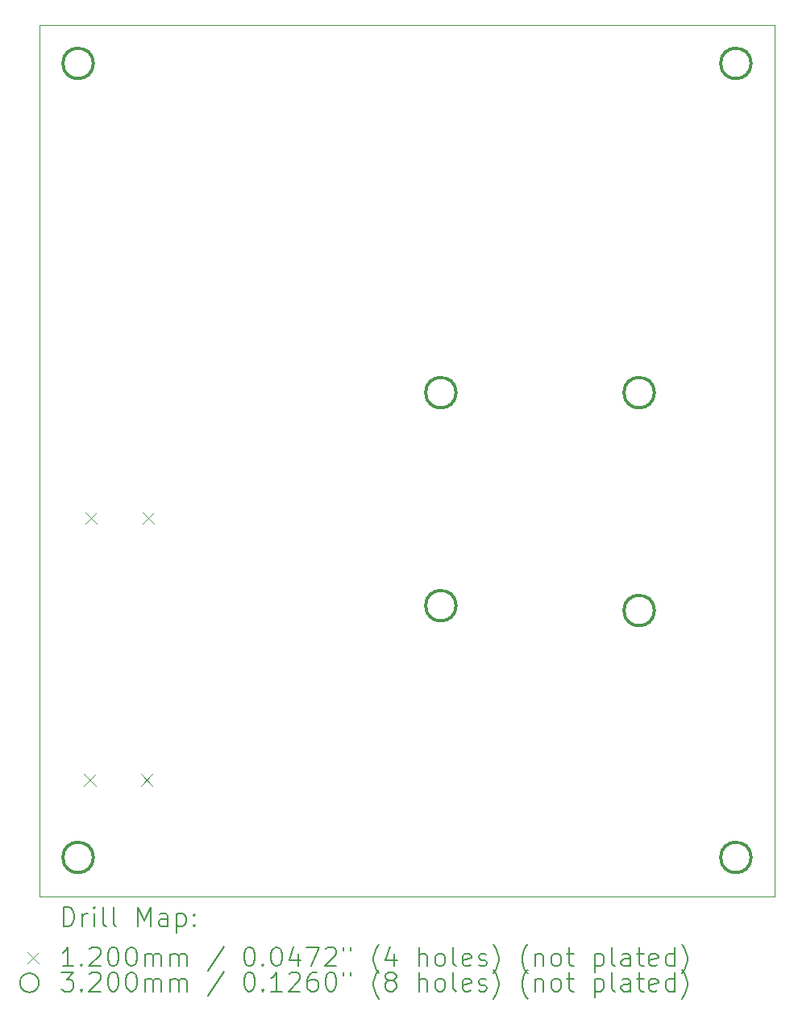
<source format=gbr>
%TF.GenerationSoftware,KiCad,Pcbnew,6.0.11+dfsg-1~bpo11+1*%
%TF.CreationDate,2025-04-08T23:08:13+02:00*%
%TF.ProjectId,v1,76312e6b-6963-4616-945f-706362585858,rev?*%
%TF.SameCoordinates,Original*%
%TF.FileFunction,Drillmap*%
%TF.FilePolarity,Positive*%
%FSLAX45Y45*%
G04 Gerber Fmt 4.5, Leading zero omitted, Abs format (unit mm)*
G04 Created by KiCad (PCBNEW 6.0.11+dfsg-1~bpo11+1) date 2025-04-08 23:08:13*
%MOMM*%
%LPD*%
G01*
G04 APERTURE LIST*
%ADD10C,0.100000*%
%ADD11C,0.200000*%
%ADD12C,0.120000*%
%ADD13C,0.320000*%
G04 APERTURE END LIST*
D10*
X8991600Y-3810000D02*
X16713200Y-3810000D01*
X16713200Y-3810000D02*
X16713200Y-12954000D01*
X16713200Y-12954000D02*
X8991600Y-12954000D01*
X8991600Y-12954000D02*
X8991600Y-3810000D01*
D11*
D12*
X9462000Y-11674800D02*
X9582000Y-11794800D01*
X9582000Y-11674800D02*
X9462000Y-11794800D01*
X9473300Y-8925850D02*
X9593300Y-9045850D01*
X9593300Y-8925850D02*
X9473300Y-9045850D01*
X10062000Y-11674800D02*
X10182000Y-11794800D01*
X10182000Y-11674800D02*
X10062000Y-11794800D01*
X10073300Y-8925850D02*
X10193300Y-9045850D01*
X10193300Y-8925850D02*
X10073300Y-9045850D01*
D13*
X9558000Y-4216400D02*
G75*
G03*
X9558000Y-4216400I-160000J0D01*
G01*
X9558000Y-12547600D02*
G75*
G03*
X9558000Y-12547600I-160000J0D01*
G01*
X13368000Y-7670800D02*
G75*
G03*
X13368000Y-7670800I-160000J0D01*
G01*
X13368000Y-9906000D02*
G75*
G03*
X13368000Y-9906000I-160000J0D01*
G01*
X15450800Y-7670800D02*
G75*
G03*
X15450800Y-7670800I-160000J0D01*
G01*
X15450800Y-9956800D02*
G75*
G03*
X15450800Y-9956800I-160000J0D01*
G01*
X16466800Y-4216400D02*
G75*
G03*
X16466800Y-4216400I-160000J0D01*
G01*
X16466800Y-12547600D02*
G75*
G03*
X16466800Y-12547600I-160000J0D01*
G01*
D11*
X9244219Y-13269476D02*
X9244219Y-13069476D01*
X9291838Y-13069476D01*
X9320410Y-13079000D01*
X9339457Y-13098048D01*
X9348981Y-13117095D01*
X9358505Y-13155190D01*
X9358505Y-13183762D01*
X9348981Y-13221857D01*
X9339457Y-13240905D01*
X9320410Y-13259952D01*
X9291838Y-13269476D01*
X9244219Y-13269476D01*
X9444219Y-13269476D02*
X9444219Y-13136143D01*
X9444219Y-13174238D02*
X9453743Y-13155190D01*
X9463267Y-13145667D01*
X9482314Y-13136143D01*
X9501362Y-13136143D01*
X9568029Y-13269476D02*
X9568029Y-13136143D01*
X9568029Y-13069476D02*
X9558505Y-13079000D01*
X9568029Y-13088524D01*
X9577552Y-13079000D01*
X9568029Y-13069476D01*
X9568029Y-13088524D01*
X9691838Y-13269476D02*
X9672790Y-13259952D01*
X9663267Y-13240905D01*
X9663267Y-13069476D01*
X9796600Y-13269476D02*
X9777552Y-13259952D01*
X9768029Y-13240905D01*
X9768029Y-13069476D01*
X10025171Y-13269476D02*
X10025171Y-13069476D01*
X10091838Y-13212333D01*
X10158505Y-13069476D01*
X10158505Y-13269476D01*
X10339457Y-13269476D02*
X10339457Y-13164714D01*
X10329933Y-13145667D01*
X10310886Y-13136143D01*
X10272790Y-13136143D01*
X10253743Y-13145667D01*
X10339457Y-13259952D02*
X10320410Y-13269476D01*
X10272790Y-13269476D01*
X10253743Y-13259952D01*
X10244219Y-13240905D01*
X10244219Y-13221857D01*
X10253743Y-13202809D01*
X10272790Y-13193286D01*
X10320410Y-13193286D01*
X10339457Y-13183762D01*
X10434695Y-13136143D02*
X10434695Y-13336143D01*
X10434695Y-13145667D02*
X10453743Y-13136143D01*
X10491838Y-13136143D01*
X10510886Y-13145667D01*
X10520410Y-13155190D01*
X10529933Y-13174238D01*
X10529933Y-13231381D01*
X10520410Y-13250428D01*
X10510886Y-13259952D01*
X10491838Y-13269476D01*
X10453743Y-13269476D01*
X10434695Y-13259952D01*
X10615648Y-13250428D02*
X10625171Y-13259952D01*
X10615648Y-13269476D01*
X10606124Y-13259952D01*
X10615648Y-13250428D01*
X10615648Y-13269476D01*
X10615648Y-13145667D02*
X10625171Y-13155190D01*
X10615648Y-13164714D01*
X10606124Y-13155190D01*
X10615648Y-13145667D01*
X10615648Y-13164714D01*
D12*
X8866600Y-13539000D02*
X8986600Y-13659000D01*
X8986600Y-13539000D02*
X8866600Y-13659000D01*
D11*
X9348981Y-13689476D02*
X9234695Y-13689476D01*
X9291838Y-13689476D02*
X9291838Y-13489476D01*
X9272790Y-13518048D01*
X9253743Y-13537095D01*
X9234695Y-13546619D01*
X9434695Y-13670428D02*
X9444219Y-13679952D01*
X9434695Y-13689476D01*
X9425171Y-13679952D01*
X9434695Y-13670428D01*
X9434695Y-13689476D01*
X9520410Y-13508524D02*
X9529933Y-13499000D01*
X9548981Y-13489476D01*
X9596600Y-13489476D01*
X9615648Y-13499000D01*
X9625171Y-13508524D01*
X9634695Y-13527571D01*
X9634695Y-13546619D01*
X9625171Y-13575190D01*
X9510886Y-13689476D01*
X9634695Y-13689476D01*
X9758505Y-13489476D02*
X9777552Y-13489476D01*
X9796600Y-13499000D01*
X9806124Y-13508524D01*
X9815648Y-13527571D01*
X9825171Y-13565667D01*
X9825171Y-13613286D01*
X9815648Y-13651381D01*
X9806124Y-13670428D01*
X9796600Y-13679952D01*
X9777552Y-13689476D01*
X9758505Y-13689476D01*
X9739457Y-13679952D01*
X9729933Y-13670428D01*
X9720410Y-13651381D01*
X9710886Y-13613286D01*
X9710886Y-13565667D01*
X9720410Y-13527571D01*
X9729933Y-13508524D01*
X9739457Y-13499000D01*
X9758505Y-13489476D01*
X9948981Y-13489476D02*
X9968029Y-13489476D01*
X9987076Y-13499000D01*
X9996600Y-13508524D01*
X10006124Y-13527571D01*
X10015648Y-13565667D01*
X10015648Y-13613286D01*
X10006124Y-13651381D01*
X9996600Y-13670428D01*
X9987076Y-13679952D01*
X9968029Y-13689476D01*
X9948981Y-13689476D01*
X9929933Y-13679952D01*
X9920410Y-13670428D01*
X9910886Y-13651381D01*
X9901362Y-13613286D01*
X9901362Y-13565667D01*
X9910886Y-13527571D01*
X9920410Y-13508524D01*
X9929933Y-13499000D01*
X9948981Y-13489476D01*
X10101362Y-13689476D02*
X10101362Y-13556143D01*
X10101362Y-13575190D02*
X10110886Y-13565667D01*
X10129933Y-13556143D01*
X10158505Y-13556143D01*
X10177552Y-13565667D01*
X10187076Y-13584714D01*
X10187076Y-13689476D01*
X10187076Y-13584714D02*
X10196600Y-13565667D01*
X10215648Y-13556143D01*
X10244219Y-13556143D01*
X10263267Y-13565667D01*
X10272790Y-13584714D01*
X10272790Y-13689476D01*
X10368029Y-13689476D02*
X10368029Y-13556143D01*
X10368029Y-13575190D02*
X10377552Y-13565667D01*
X10396600Y-13556143D01*
X10425171Y-13556143D01*
X10444219Y-13565667D01*
X10453743Y-13584714D01*
X10453743Y-13689476D01*
X10453743Y-13584714D02*
X10463267Y-13565667D01*
X10482314Y-13556143D01*
X10510886Y-13556143D01*
X10529933Y-13565667D01*
X10539457Y-13584714D01*
X10539457Y-13689476D01*
X10929933Y-13479952D02*
X10758505Y-13737095D01*
X11187076Y-13489476D02*
X11206124Y-13489476D01*
X11225171Y-13499000D01*
X11234695Y-13508524D01*
X11244219Y-13527571D01*
X11253743Y-13565667D01*
X11253743Y-13613286D01*
X11244219Y-13651381D01*
X11234695Y-13670428D01*
X11225171Y-13679952D01*
X11206124Y-13689476D01*
X11187076Y-13689476D01*
X11168029Y-13679952D01*
X11158505Y-13670428D01*
X11148981Y-13651381D01*
X11139457Y-13613286D01*
X11139457Y-13565667D01*
X11148981Y-13527571D01*
X11158505Y-13508524D01*
X11168029Y-13499000D01*
X11187076Y-13489476D01*
X11339457Y-13670428D02*
X11348981Y-13679952D01*
X11339457Y-13689476D01*
X11329933Y-13679952D01*
X11339457Y-13670428D01*
X11339457Y-13689476D01*
X11472790Y-13489476D02*
X11491838Y-13489476D01*
X11510886Y-13499000D01*
X11520409Y-13508524D01*
X11529933Y-13527571D01*
X11539457Y-13565667D01*
X11539457Y-13613286D01*
X11529933Y-13651381D01*
X11520409Y-13670428D01*
X11510886Y-13679952D01*
X11491838Y-13689476D01*
X11472790Y-13689476D01*
X11453743Y-13679952D01*
X11444219Y-13670428D01*
X11434695Y-13651381D01*
X11425171Y-13613286D01*
X11425171Y-13565667D01*
X11434695Y-13527571D01*
X11444219Y-13508524D01*
X11453743Y-13499000D01*
X11472790Y-13489476D01*
X11710886Y-13556143D02*
X11710886Y-13689476D01*
X11663267Y-13479952D02*
X11615648Y-13622809D01*
X11739457Y-13622809D01*
X11796600Y-13489476D02*
X11929933Y-13489476D01*
X11844219Y-13689476D01*
X11996600Y-13508524D02*
X12006124Y-13499000D01*
X12025171Y-13489476D01*
X12072790Y-13489476D01*
X12091838Y-13499000D01*
X12101362Y-13508524D01*
X12110886Y-13527571D01*
X12110886Y-13546619D01*
X12101362Y-13575190D01*
X11987076Y-13689476D01*
X12110886Y-13689476D01*
X12187076Y-13489476D02*
X12187076Y-13527571D01*
X12263267Y-13489476D02*
X12263267Y-13527571D01*
X12558505Y-13765667D02*
X12548981Y-13756143D01*
X12529933Y-13727571D01*
X12520409Y-13708524D01*
X12510886Y-13679952D01*
X12501362Y-13632333D01*
X12501362Y-13594238D01*
X12510886Y-13546619D01*
X12520409Y-13518048D01*
X12529933Y-13499000D01*
X12548981Y-13470428D01*
X12558505Y-13460905D01*
X12720409Y-13556143D02*
X12720409Y-13689476D01*
X12672790Y-13479952D02*
X12625171Y-13622809D01*
X12748981Y-13622809D01*
X12977552Y-13689476D02*
X12977552Y-13489476D01*
X13063267Y-13689476D02*
X13063267Y-13584714D01*
X13053743Y-13565667D01*
X13034695Y-13556143D01*
X13006124Y-13556143D01*
X12987076Y-13565667D01*
X12977552Y-13575190D01*
X13187076Y-13689476D02*
X13168028Y-13679952D01*
X13158505Y-13670428D01*
X13148981Y-13651381D01*
X13148981Y-13594238D01*
X13158505Y-13575190D01*
X13168028Y-13565667D01*
X13187076Y-13556143D01*
X13215648Y-13556143D01*
X13234695Y-13565667D01*
X13244219Y-13575190D01*
X13253743Y-13594238D01*
X13253743Y-13651381D01*
X13244219Y-13670428D01*
X13234695Y-13679952D01*
X13215648Y-13689476D01*
X13187076Y-13689476D01*
X13368028Y-13689476D02*
X13348981Y-13679952D01*
X13339457Y-13660905D01*
X13339457Y-13489476D01*
X13520409Y-13679952D02*
X13501362Y-13689476D01*
X13463267Y-13689476D01*
X13444219Y-13679952D01*
X13434695Y-13660905D01*
X13434695Y-13584714D01*
X13444219Y-13565667D01*
X13463267Y-13556143D01*
X13501362Y-13556143D01*
X13520409Y-13565667D01*
X13529933Y-13584714D01*
X13529933Y-13603762D01*
X13434695Y-13622809D01*
X13606124Y-13679952D02*
X13625171Y-13689476D01*
X13663267Y-13689476D01*
X13682314Y-13679952D01*
X13691838Y-13660905D01*
X13691838Y-13651381D01*
X13682314Y-13632333D01*
X13663267Y-13622809D01*
X13634695Y-13622809D01*
X13615648Y-13613286D01*
X13606124Y-13594238D01*
X13606124Y-13584714D01*
X13615648Y-13565667D01*
X13634695Y-13556143D01*
X13663267Y-13556143D01*
X13682314Y-13565667D01*
X13758505Y-13765667D02*
X13768028Y-13756143D01*
X13787076Y-13727571D01*
X13796600Y-13708524D01*
X13806124Y-13679952D01*
X13815648Y-13632333D01*
X13815648Y-13594238D01*
X13806124Y-13546619D01*
X13796600Y-13518048D01*
X13787076Y-13499000D01*
X13768028Y-13470428D01*
X13758505Y-13460905D01*
X14120409Y-13765667D02*
X14110886Y-13756143D01*
X14091838Y-13727571D01*
X14082314Y-13708524D01*
X14072790Y-13679952D01*
X14063267Y-13632333D01*
X14063267Y-13594238D01*
X14072790Y-13546619D01*
X14082314Y-13518048D01*
X14091838Y-13499000D01*
X14110886Y-13470428D01*
X14120409Y-13460905D01*
X14196600Y-13556143D02*
X14196600Y-13689476D01*
X14196600Y-13575190D02*
X14206124Y-13565667D01*
X14225171Y-13556143D01*
X14253743Y-13556143D01*
X14272790Y-13565667D01*
X14282314Y-13584714D01*
X14282314Y-13689476D01*
X14406124Y-13689476D02*
X14387076Y-13679952D01*
X14377552Y-13670428D01*
X14368028Y-13651381D01*
X14368028Y-13594238D01*
X14377552Y-13575190D01*
X14387076Y-13565667D01*
X14406124Y-13556143D01*
X14434695Y-13556143D01*
X14453743Y-13565667D01*
X14463267Y-13575190D01*
X14472790Y-13594238D01*
X14472790Y-13651381D01*
X14463267Y-13670428D01*
X14453743Y-13679952D01*
X14434695Y-13689476D01*
X14406124Y-13689476D01*
X14529933Y-13556143D02*
X14606124Y-13556143D01*
X14558505Y-13489476D02*
X14558505Y-13660905D01*
X14568028Y-13679952D01*
X14587076Y-13689476D01*
X14606124Y-13689476D01*
X14825171Y-13556143D02*
X14825171Y-13756143D01*
X14825171Y-13565667D02*
X14844219Y-13556143D01*
X14882314Y-13556143D01*
X14901362Y-13565667D01*
X14910886Y-13575190D01*
X14920409Y-13594238D01*
X14920409Y-13651381D01*
X14910886Y-13670428D01*
X14901362Y-13679952D01*
X14882314Y-13689476D01*
X14844219Y-13689476D01*
X14825171Y-13679952D01*
X15034695Y-13689476D02*
X15015648Y-13679952D01*
X15006124Y-13660905D01*
X15006124Y-13489476D01*
X15196600Y-13689476D02*
X15196600Y-13584714D01*
X15187076Y-13565667D01*
X15168028Y-13556143D01*
X15129933Y-13556143D01*
X15110886Y-13565667D01*
X15196600Y-13679952D02*
X15177552Y-13689476D01*
X15129933Y-13689476D01*
X15110886Y-13679952D01*
X15101362Y-13660905D01*
X15101362Y-13641857D01*
X15110886Y-13622809D01*
X15129933Y-13613286D01*
X15177552Y-13613286D01*
X15196600Y-13603762D01*
X15263267Y-13556143D02*
X15339457Y-13556143D01*
X15291838Y-13489476D02*
X15291838Y-13660905D01*
X15301362Y-13679952D01*
X15320409Y-13689476D01*
X15339457Y-13689476D01*
X15482314Y-13679952D02*
X15463267Y-13689476D01*
X15425171Y-13689476D01*
X15406124Y-13679952D01*
X15396600Y-13660905D01*
X15396600Y-13584714D01*
X15406124Y-13565667D01*
X15425171Y-13556143D01*
X15463267Y-13556143D01*
X15482314Y-13565667D01*
X15491838Y-13584714D01*
X15491838Y-13603762D01*
X15396600Y-13622809D01*
X15663267Y-13689476D02*
X15663267Y-13489476D01*
X15663267Y-13679952D02*
X15644219Y-13689476D01*
X15606124Y-13689476D01*
X15587076Y-13679952D01*
X15577552Y-13670428D01*
X15568028Y-13651381D01*
X15568028Y-13594238D01*
X15577552Y-13575190D01*
X15587076Y-13565667D01*
X15606124Y-13556143D01*
X15644219Y-13556143D01*
X15663267Y-13565667D01*
X15739457Y-13765667D02*
X15748981Y-13756143D01*
X15768028Y-13727571D01*
X15777552Y-13708524D01*
X15787076Y-13679952D01*
X15796600Y-13632333D01*
X15796600Y-13594238D01*
X15787076Y-13546619D01*
X15777552Y-13518048D01*
X15768028Y-13499000D01*
X15748981Y-13470428D01*
X15739457Y-13460905D01*
X8986600Y-13863000D02*
G75*
G03*
X8986600Y-13863000I-100000J0D01*
G01*
X9225171Y-13753476D02*
X9348981Y-13753476D01*
X9282314Y-13829667D01*
X9310886Y-13829667D01*
X9329933Y-13839190D01*
X9339457Y-13848714D01*
X9348981Y-13867762D01*
X9348981Y-13915381D01*
X9339457Y-13934428D01*
X9329933Y-13943952D01*
X9310886Y-13953476D01*
X9253743Y-13953476D01*
X9234695Y-13943952D01*
X9225171Y-13934428D01*
X9434695Y-13934428D02*
X9444219Y-13943952D01*
X9434695Y-13953476D01*
X9425171Y-13943952D01*
X9434695Y-13934428D01*
X9434695Y-13953476D01*
X9520410Y-13772524D02*
X9529933Y-13763000D01*
X9548981Y-13753476D01*
X9596600Y-13753476D01*
X9615648Y-13763000D01*
X9625171Y-13772524D01*
X9634695Y-13791571D01*
X9634695Y-13810619D01*
X9625171Y-13839190D01*
X9510886Y-13953476D01*
X9634695Y-13953476D01*
X9758505Y-13753476D02*
X9777552Y-13753476D01*
X9796600Y-13763000D01*
X9806124Y-13772524D01*
X9815648Y-13791571D01*
X9825171Y-13829667D01*
X9825171Y-13877286D01*
X9815648Y-13915381D01*
X9806124Y-13934428D01*
X9796600Y-13943952D01*
X9777552Y-13953476D01*
X9758505Y-13953476D01*
X9739457Y-13943952D01*
X9729933Y-13934428D01*
X9720410Y-13915381D01*
X9710886Y-13877286D01*
X9710886Y-13829667D01*
X9720410Y-13791571D01*
X9729933Y-13772524D01*
X9739457Y-13763000D01*
X9758505Y-13753476D01*
X9948981Y-13753476D02*
X9968029Y-13753476D01*
X9987076Y-13763000D01*
X9996600Y-13772524D01*
X10006124Y-13791571D01*
X10015648Y-13829667D01*
X10015648Y-13877286D01*
X10006124Y-13915381D01*
X9996600Y-13934428D01*
X9987076Y-13943952D01*
X9968029Y-13953476D01*
X9948981Y-13953476D01*
X9929933Y-13943952D01*
X9920410Y-13934428D01*
X9910886Y-13915381D01*
X9901362Y-13877286D01*
X9901362Y-13829667D01*
X9910886Y-13791571D01*
X9920410Y-13772524D01*
X9929933Y-13763000D01*
X9948981Y-13753476D01*
X10101362Y-13953476D02*
X10101362Y-13820143D01*
X10101362Y-13839190D02*
X10110886Y-13829667D01*
X10129933Y-13820143D01*
X10158505Y-13820143D01*
X10177552Y-13829667D01*
X10187076Y-13848714D01*
X10187076Y-13953476D01*
X10187076Y-13848714D02*
X10196600Y-13829667D01*
X10215648Y-13820143D01*
X10244219Y-13820143D01*
X10263267Y-13829667D01*
X10272790Y-13848714D01*
X10272790Y-13953476D01*
X10368029Y-13953476D02*
X10368029Y-13820143D01*
X10368029Y-13839190D02*
X10377552Y-13829667D01*
X10396600Y-13820143D01*
X10425171Y-13820143D01*
X10444219Y-13829667D01*
X10453743Y-13848714D01*
X10453743Y-13953476D01*
X10453743Y-13848714D02*
X10463267Y-13829667D01*
X10482314Y-13820143D01*
X10510886Y-13820143D01*
X10529933Y-13829667D01*
X10539457Y-13848714D01*
X10539457Y-13953476D01*
X10929933Y-13743952D02*
X10758505Y-14001095D01*
X11187076Y-13753476D02*
X11206124Y-13753476D01*
X11225171Y-13763000D01*
X11234695Y-13772524D01*
X11244219Y-13791571D01*
X11253743Y-13829667D01*
X11253743Y-13877286D01*
X11244219Y-13915381D01*
X11234695Y-13934428D01*
X11225171Y-13943952D01*
X11206124Y-13953476D01*
X11187076Y-13953476D01*
X11168029Y-13943952D01*
X11158505Y-13934428D01*
X11148981Y-13915381D01*
X11139457Y-13877286D01*
X11139457Y-13829667D01*
X11148981Y-13791571D01*
X11158505Y-13772524D01*
X11168029Y-13763000D01*
X11187076Y-13753476D01*
X11339457Y-13934428D02*
X11348981Y-13943952D01*
X11339457Y-13953476D01*
X11329933Y-13943952D01*
X11339457Y-13934428D01*
X11339457Y-13953476D01*
X11539457Y-13953476D02*
X11425171Y-13953476D01*
X11482314Y-13953476D02*
X11482314Y-13753476D01*
X11463267Y-13782048D01*
X11444219Y-13801095D01*
X11425171Y-13810619D01*
X11615648Y-13772524D02*
X11625171Y-13763000D01*
X11644219Y-13753476D01*
X11691838Y-13753476D01*
X11710886Y-13763000D01*
X11720409Y-13772524D01*
X11729933Y-13791571D01*
X11729933Y-13810619D01*
X11720409Y-13839190D01*
X11606124Y-13953476D01*
X11729933Y-13953476D01*
X11901362Y-13753476D02*
X11863267Y-13753476D01*
X11844219Y-13763000D01*
X11834695Y-13772524D01*
X11815648Y-13801095D01*
X11806124Y-13839190D01*
X11806124Y-13915381D01*
X11815648Y-13934428D01*
X11825171Y-13943952D01*
X11844219Y-13953476D01*
X11882314Y-13953476D01*
X11901362Y-13943952D01*
X11910886Y-13934428D01*
X11920409Y-13915381D01*
X11920409Y-13867762D01*
X11910886Y-13848714D01*
X11901362Y-13839190D01*
X11882314Y-13829667D01*
X11844219Y-13829667D01*
X11825171Y-13839190D01*
X11815648Y-13848714D01*
X11806124Y-13867762D01*
X12044219Y-13753476D02*
X12063267Y-13753476D01*
X12082314Y-13763000D01*
X12091838Y-13772524D01*
X12101362Y-13791571D01*
X12110886Y-13829667D01*
X12110886Y-13877286D01*
X12101362Y-13915381D01*
X12091838Y-13934428D01*
X12082314Y-13943952D01*
X12063267Y-13953476D01*
X12044219Y-13953476D01*
X12025171Y-13943952D01*
X12015648Y-13934428D01*
X12006124Y-13915381D01*
X11996600Y-13877286D01*
X11996600Y-13829667D01*
X12006124Y-13791571D01*
X12015648Y-13772524D01*
X12025171Y-13763000D01*
X12044219Y-13753476D01*
X12187076Y-13753476D02*
X12187076Y-13791571D01*
X12263267Y-13753476D02*
X12263267Y-13791571D01*
X12558505Y-14029667D02*
X12548981Y-14020143D01*
X12529933Y-13991571D01*
X12520409Y-13972524D01*
X12510886Y-13943952D01*
X12501362Y-13896333D01*
X12501362Y-13858238D01*
X12510886Y-13810619D01*
X12520409Y-13782048D01*
X12529933Y-13763000D01*
X12548981Y-13734428D01*
X12558505Y-13724905D01*
X12663267Y-13839190D02*
X12644219Y-13829667D01*
X12634695Y-13820143D01*
X12625171Y-13801095D01*
X12625171Y-13791571D01*
X12634695Y-13772524D01*
X12644219Y-13763000D01*
X12663267Y-13753476D01*
X12701362Y-13753476D01*
X12720409Y-13763000D01*
X12729933Y-13772524D01*
X12739457Y-13791571D01*
X12739457Y-13801095D01*
X12729933Y-13820143D01*
X12720409Y-13829667D01*
X12701362Y-13839190D01*
X12663267Y-13839190D01*
X12644219Y-13848714D01*
X12634695Y-13858238D01*
X12625171Y-13877286D01*
X12625171Y-13915381D01*
X12634695Y-13934428D01*
X12644219Y-13943952D01*
X12663267Y-13953476D01*
X12701362Y-13953476D01*
X12720409Y-13943952D01*
X12729933Y-13934428D01*
X12739457Y-13915381D01*
X12739457Y-13877286D01*
X12729933Y-13858238D01*
X12720409Y-13848714D01*
X12701362Y-13839190D01*
X12977552Y-13953476D02*
X12977552Y-13753476D01*
X13063267Y-13953476D02*
X13063267Y-13848714D01*
X13053743Y-13829667D01*
X13034695Y-13820143D01*
X13006124Y-13820143D01*
X12987076Y-13829667D01*
X12977552Y-13839190D01*
X13187076Y-13953476D02*
X13168028Y-13943952D01*
X13158505Y-13934428D01*
X13148981Y-13915381D01*
X13148981Y-13858238D01*
X13158505Y-13839190D01*
X13168028Y-13829667D01*
X13187076Y-13820143D01*
X13215648Y-13820143D01*
X13234695Y-13829667D01*
X13244219Y-13839190D01*
X13253743Y-13858238D01*
X13253743Y-13915381D01*
X13244219Y-13934428D01*
X13234695Y-13943952D01*
X13215648Y-13953476D01*
X13187076Y-13953476D01*
X13368028Y-13953476D02*
X13348981Y-13943952D01*
X13339457Y-13924905D01*
X13339457Y-13753476D01*
X13520409Y-13943952D02*
X13501362Y-13953476D01*
X13463267Y-13953476D01*
X13444219Y-13943952D01*
X13434695Y-13924905D01*
X13434695Y-13848714D01*
X13444219Y-13829667D01*
X13463267Y-13820143D01*
X13501362Y-13820143D01*
X13520409Y-13829667D01*
X13529933Y-13848714D01*
X13529933Y-13867762D01*
X13434695Y-13886809D01*
X13606124Y-13943952D02*
X13625171Y-13953476D01*
X13663267Y-13953476D01*
X13682314Y-13943952D01*
X13691838Y-13924905D01*
X13691838Y-13915381D01*
X13682314Y-13896333D01*
X13663267Y-13886809D01*
X13634695Y-13886809D01*
X13615648Y-13877286D01*
X13606124Y-13858238D01*
X13606124Y-13848714D01*
X13615648Y-13829667D01*
X13634695Y-13820143D01*
X13663267Y-13820143D01*
X13682314Y-13829667D01*
X13758505Y-14029667D02*
X13768028Y-14020143D01*
X13787076Y-13991571D01*
X13796600Y-13972524D01*
X13806124Y-13943952D01*
X13815648Y-13896333D01*
X13815648Y-13858238D01*
X13806124Y-13810619D01*
X13796600Y-13782048D01*
X13787076Y-13763000D01*
X13768028Y-13734428D01*
X13758505Y-13724905D01*
X14120409Y-14029667D02*
X14110886Y-14020143D01*
X14091838Y-13991571D01*
X14082314Y-13972524D01*
X14072790Y-13943952D01*
X14063267Y-13896333D01*
X14063267Y-13858238D01*
X14072790Y-13810619D01*
X14082314Y-13782048D01*
X14091838Y-13763000D01*
X14110886Y-13734428D01*
X14120409Y-13724905D01*
X14196600Y-13820143D02*
X14196600Y-13953476D01*
X14196600Y-13839190D02*
X14206124Y-13829667D01*
X14225171Y-13820143D01*
X14253743Y-13820143D01*
X14272790Y-13829667D01*
X14282314Y-13848714D01*
X14282314Y-13953476D01*
X14406124Y-13953476D02*
X14387076Y-13943952D01*
X14377552Y-13934428D01*
X14368028Y-13915381D01*
X14368028Y-13858238D01*
X14377552Y-13839190D01*
X14387076Y-13829667D01*
X14406124Y-13820143D01*
X14434695Y-13820143D01*
X14453743Y-13829667D01*
X14463267Y-13839190D01*
X14472790Y-13858238D01*
X14472790Y-13915381D01*
X14463267Y-13934428D01*
X14453743Y-13943952D01*
X14434695Y-13953476D01*
X14406124Y-13953476D01*
X14529933Y-13820143D02*
X14606124Y-13820143D01*
X14558505Y-13753476D02*
X14558505Y-13924905D01*
X14568028Y-13943952D01*
X14587076Y-13953476D01*
X14606124Y-13953476D01*
X14825171Y-13820143D02*
X14825171Y-14020143D01*
X14825171Y-13829667D02*
X14844219Y-13820143D01*
X14882314Y-13820143D01*
X14901362Y-13829667D01*
X14910886Y-13839190D01*
X14920409Y-13858238D01*
X14920409Y-13915381D01*
X14910886Y-13934428D01*
X14901362Y-13943952D01*
X14882314Y-13953476D01*
X14844219Y-13953476D01*
X14825171Y-13943952D01*
X15034695Y-13953476D02*
X15015648Y-13943952D01*
X15006124Y-13924905D01*
X15006124Y-13753476D01*
X15196600Y-13953476D02*
X15196600Y-13848714D01*
X15187076Y-13829667D01*
X15168028Y-13820143D01*
X15129933Y-13820143D01*
X15110886Y-13829667D01*
X15196600Y-13943952D02*
X15177552Y-13953476D01*
X15129933Y-13953476D01*
X15110886Y-13943952D01*
X15101362Y-13924905D01*
X15101362Y-13905857D01*
X15110886Y-13886809D01*
X15129933Y-13877286D01*
X15177552Y-13877286D01*
X15196600Y-13867762D01*
X15263267Y-13820143D02*
X15339457Y-13820143D01*
X15291838Y-13753476D02*
X15291838Y-13924905D01*
X15301362Y-13943952D01*
X15320409Y-13953476D01*
X15339457Y-13953476D01*
X15482314Y-13943952D02*
X15463267Y-13953476D01*
X15425171Y-13953476D01*
X15406124Y-13943952D01*
X15396600Y-13924905D01*
X15396600Y-13848714D01*
X15406124Y-13829667D01*
X15425171Y-13820143D01*
X15463267Y-13820143D01*
X15482314Y-13829667D01*
X15491838Y-13848714D01*
X15491838Y-13867762D01*
X15396600Y-13886809D01*
X15663267Y-13953476D02*
X15663267Y-13753476D01*
X15663267Y-13943952D02*
X15644219Y-13953476D01*
X15606124Y-13953476D01*
X15587076Y-13943952D01*
X15577552Y-13934428D01*
X15568028Y-13915381D01*
X15568028Y-13858238D01*
X15577552Y-13839190D01*
X15587076Y-13829667D01*
X15606124Y-13820143D01*
X15644219Y-13820143D01*
X15663267Y-13829667D01*
X15739457Y-14029667D02*
X15748981Y-14020143D01*
X15768028Y-13991571D01*
X15777552Y-13972524D01*
X15787076Y-13943952D01*
X15796600Y-13896333D01*
X15796600Y-13858238D01*
X15787076Y-13810619D01*
X15777552Y-13782048D01*
X15768028Y-13763000D01*
X15748981Y-13734428D01*
X15739457Y-13724905D01*
M02*

</source>
